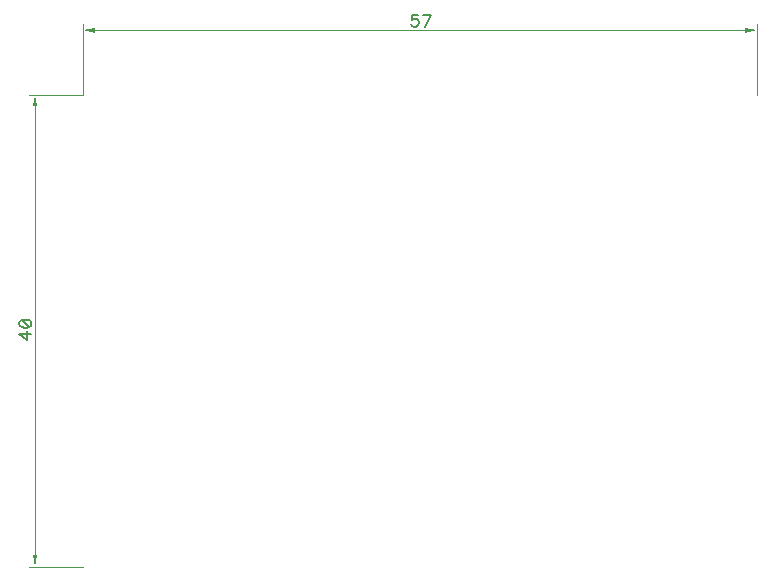
<source format=gbr>
G04 DipTrace 3.2.0.0*
G04 end_effector_TopDimension.gbr*
%MOMM*%
G04 #@! TF.FileFunction,Drawing,Top*
G04 #@! TF.Part,Single*
%ADD13C,0.035*%
%ADD97C,0.15686*%
%FSLAX35Y35*%
G04*
G71*
G90*
G75*
G01*
G04 TopDimension*
%LPD*%
X-4500000Y4600000D2*
D13*
Y5193290D1*
X1200000Y4600000D2*
Y5193290D1*
X-1650000Y5143290D2*
X-4400000D1*
G36*
X-4500000D2*
X-4400000Y5163290D1*
Y5123290D1*
X-4500000Y5143290D1*
G37*
X-1650000D2*
D13*
X1100000D1*
G36*
X1200000D2*
X1100000Y5123290D1*
Y5163290D1*
X1200000Y5143290D1*
G37*
X-4500000Y4600000D2*
D13*
X-4958050D1*
X-4500000Y600000D2*
X-4958050D1*
X-4908050Y2600000D2*
Y4500000D1*
G36*
Y4600000D2*
X-4888050Y4500000D1*
X-4928050D1*
X-4908050Y4600000D1*
G37*
Y2600000D2*
D13*
Y700000D1*
G36*
Y600000D2*
X-4928050Y700000D1*
X-4888050D1*
X-4908050Y600000D1*
G37*
X-1667614Y5276281D2*
D97*
X-1716131D1*
X-1720960Y5232593D1*
X-1716131Y5237422D1*
X-1701531Y5242364D1*
X-1687043D1*
X-1672443Y5237422D1*
X-1662672Y5227764D1*
X-1657843Y5213164D1*
Y5203505D1*
X-1662672Y5188905D1*
X-1672443Y5179135D1*
X-1687043Y5174305D1*
X-1701531D1*
X-1716131Y5179135D1*
X-1720960Y5184076D1*
X-1725902Y5193735D1*
X-1607041Y5174305D2*
X-1558412Y5276281D1*
X-1626471D1*
X-4939065Y2570313D2*
X-5041041D1*
X-4973095Y2521684D1*
Y2594571D1*
X-5041041Y2655144D2*
X-5036211Y2640544D1*
X-5021611Y2630773D1*
X-4997353Y2625944D1*
X-4982753D1*
X-4958495Y2630773D1*
X-4943895Y2640544D1*
X-4939065Y2655144D1*
Y2664802D1*
X-4943895Y2679402D1*
X-4958495Y2689061D1*
X-4982753Y2694002D1*
X-4997353D1*
X-5021611Y2689061D1*
X-5036211Y2679402D1*
X-5041041Y2664802D1*
Y2655144D1*
X-5021611Y2689061D2*
X-4958495Y2630773D1*
M02*

</source>
